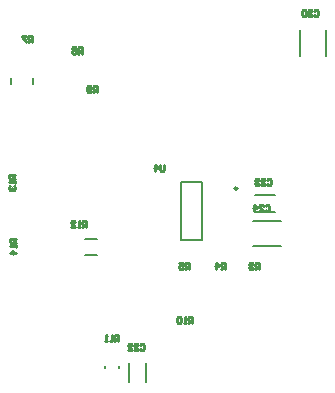
<source format=gbo>
G04*
G04 #@! TF.GenerationSoftware,Altium Limited,Altium Designer,22.10.1 (41)*
G04*
G04 Layer_Color=32896*
%FSLAX42Y42*%
%MOMM*%
G71*
G04*
G04 #@! TF.SameCoordinates,D2B3F530-26F6-4905-BC13-EF821CD2D141*
G04*
G04*
G04 #@! TF.FilePolarity,Positive*
G04*
G01*
G75*
%ADD11C,0.25*%
%ADD12C,0.20*%
%ADD14C,0.25*%
D11*
X9913Y7899D02*
G03*
X9913Y7899I-12J0D01*
G01*
D12*
X9613Y7464D02*
Y7954D01*
X9437Y7464D02*
X9613D01*
X9437D02*
Y7954D01*
X9613D01*
X8994Y6257D02*
Y6424D01*
X9141Y6257D02*
Y6424D01*
X8180Y8786D02*
Y8831D01*
X8000Y8786D02*
Y8831D01*
X8914Y6380D02*
Y6400D01*
X8789Y6380D02*
Y6400D01*
X8624Y7472D02*
X8724D01*
X8624Y7337D02*
X8724D01*
X10045Y7626D02*
X10287D01*
X10045Y7411D02*
X10287D01*
X10064Y7846D02*
X10231D01*
X10064Y7699D02*
X10231D01*
X10446Y9020D02*
Y9240D01*
X10661Y9020D02*
Y9240D01*
D14*
X9289Y8100D02*
Y8058D01*
X9280Y8049D01*
X9263D01*
X9255Y8058D01*
Y8100D01*
X9213Y8049D02*
Y8100D01*
X9238Y8075D01*
X9204D01*
X8039Y7468D02*
X7988D01*
Y7442D01*
X7997Y7434D01*
X8014D01*
X8022Y7442D01*
Y7468D01*
Y7451D02*
X8039Y7434D01*
Y7417D02*
Y7400D01*
Y7408D01*
X7988D01*
X7997Y7417D01*
X8039Y7349D02*
X7988D01*
X8014Y7374D01*
Y7341D01*
X8035Y8014D02*
X7984D01*
Y7988D01*
X7992Y7980D01*
X8009D01*
X8018Y7988D01*
Y8014D01*
Y7997D02*
X8035Y7980D01*
Y7963D02*
Y7946D01*
Y7954D01*
X7984D01*
X7992Y7963D01*
Y7921D02*
X7984Y7912D01*
Y7895D01*
X7992Y7887D01*
X8001D01*
X8009Y7895D01*
Y7904D01*
Y7895D01*
X8018Y7887D01*
X8026D01*
X8035Y7895D01*
Y7912D01*
X8026Y7921D01*
X8633Y7577D02*
Y7628D01*
X8608D01*
X8600Y7619D01*
Y7602D01*
X8608Y7594D01*
X8633D01*
X8617D02*
X8600Y7577D01*
X8583D02*
X8566D01*
X8574D01*
Y7628D01*
X8583Y7619D01*
X8507Y7577D02*
X8540D01*
X8507Y7611D01*
Y7619D01*
X8515Y7628D01*
X8532D01*
X8540Y7619D01*
X8907Y6604D02*
Y6655D01*
X8882D01*
X8873Y6646D01*
Y6629D01*
X8882Y6621D01*
X8907D01*
X8890D02*
X8873Y6604D01*
X8856D02*
X8839D01*
X8848D01*
Y6655D01*
X8856Y6646D01*
X8814Y6604D02*
X8797D01*
X8805D01*
Y6655D01*
X8814Y6646D01*
X9533Y6761D02*
Y6812D01*
X9507D01*
X9499Y6804D01*
Y6787D01*
X9507Y6778D01*
X9533D01*
X9516D02*
X9499Y6761D01*
X9482D02*
X9465D01*
X9473D01*
Y6812D01*
X9482Y6804D01*
X9440D02*
X9431Y6812D01*
X9414D01*
X9406Y6804D01*
Y6770D01*
X9414Y6761D01*
X9431D01*
X9440Y6770D01*
Y6804D01*
X8727Y8715D02*
Y8766D01*
X8702D01*
X8694Y8757D01*
Y8740D01*
X8702Y8732D01*
X8727D01*
X8711D02*
X8694Y8715D01*
X8677Y8723D02*
X8668Y8715D01*
X8651D01*
X8643Y8723D01*
Y8757D01*
X8651Y8766D01*
X8668D01*
X8677Y8757D01*
Y8749D01*
X8668Y8740D01*
X8643D01*
X8602Y9042D02*
Y9093D01*
X8577D01*
X8568Y9085D01*
Y9068D01*
X8577Y9059D01*
X8602D01*
X8585D02*
X8568Y9042D01*
X8551Y9085D02*
X8543Y9093D01*
X8526D01*
X8517Y9085D01*
Y9076D01*
X8526Y9068D01*
X8517Y9059D01*
Y9051D01*
X8526Y9042D01*
X8543D01*
X8551Y9051D01*
Y9059D01*
X8543Y9068D01*
X8551Y9076D01*
Y9085D01*
X8543Y9068D02*
X8526D01*
X8174Y9139D02*
Y9190D01*
X8148D01*
X8140Y9181D01*
Y9164D01*
X8148Y9156D01*
X8174D01*
X8157D02*
X8140Y9139D01*
X8123Y9190D02*
X8089D01*
Y9181D01*
X8123Y9147D01*
Y9139D01*
X9502Y7219D02*
Y7269D01*
X9477D01*
X9468Y7261D01*
Y7244D01*
X9477Y7236D01*
X9502D01*
X9485D02*
X9468Y7219D01*
X9418Y7269D02*
X9451D01*
Y7244D01*
X9434Y7253D01*
X9426D01*
X9418Y7244D01*
Y7227D01*
X9426Y7219D01*
X9443D01*
X9451Y7227D01*
X9807Y7219D02*
Y7269D01*
X9782D01*
X9773Y7261D01*
Y7244D01*
X9782Y7236D01*
X9807D01*
X9790D02*
X9773Y7219D01*
X9731D02*
Y7269D01*
X9756Y7244D01*
X9722D01*
X10099Y7219D02*
Y7269D01*
X10074D01*
X10065Y7261D01*
Y7244D01*
X10074Y7236D01*
X10099D01*
X10082D02*
X10065Y7219D01*
X10048Y7261D02*
X10040Y7269D01*
X10023D01*
X10014Y7261D01*
Y7253D01*
X10023Y7244D01*
X10031D01*
X10023D01*
X10014Y7236D01*
Y7227D01*
X10023Y7219D01*
X10040D01*
X10048Y7227D01*
X10152Y7754D02*
X10160Y7762D01*
X10177D01*
X10185Y7754D01*
Y7720D01*
X10177Y7711D01*
X10160D01*
X10152Y7720D01*
X10101Y7711D02*
X10135D01*
X10101Y7745D01*
Y7754D01*
X10109Y7762D01*
X10126D01*
X10135Y7754D01*
X10058Y7711D02*
Y7762D01*
X10084Y7737D01*
X10050D01*
X10162Y7975D02*
X10170Y7983D01*
X10187D01*
X10196Y7975D01*
Y7941D01*
X10187Y7932D01*
X10170D01*
X10162Y7941D01*
X10111Y7932D02*
X10145D01*
X10111Y7966D01*
Y7975D01*
X10119Y7983D01*
X10136D01*
X10145Y7975D01*
X10094D02*
X10086Y7983D01*
X10069D01*
X10060Y7975D01*
Y7966D01*
X10069Y7958D01*
X10077D01*
X10069D01*
X10060Y7949D01*
Y7941D01*
X10069Y7932D01*
X10086D01*
X10094Y7941D01*
X9092Y6573D02*
X9101Y6581D01*
X9118D01*
X9126Y6573D01*
Y6539D01*
X9118Y6530D01*
X9101D01*
X9092Y6539D01*
X9042Y6530D02*
X9075D01*
X9042Y6564D01*
Y6573D01*
X9050Y6581D01*
X9067D01*
X9075Y6573D01*
X8991Y6530D02*
X9025D01*
X8991Y6564D01*
Y6573D01*
X8999Y6581D01*
X9016D01*
X9025Y6573D01*
X10563Y9400D02*
X10571Y9408D01*
X10588D01*
X10597Y9400D01*
Y9366D01*
X10588Y9357D01*
X10571D01*
X10563Y9366D01*
X10512Y9357D02*
X10546D01*
X10512Y9391D01*
Y9400D01*
X10521Y9408D01*
X10538D01*
X10546Y9400D01*
X10495D02*
X10487Y9408D01*
X10470D01*
X10461Y9400D01*
Y9366D01*
X10470Y9357D01*
X10487D01*
X10495Y9366D01*
Y9400D01*
M02*

</source>
